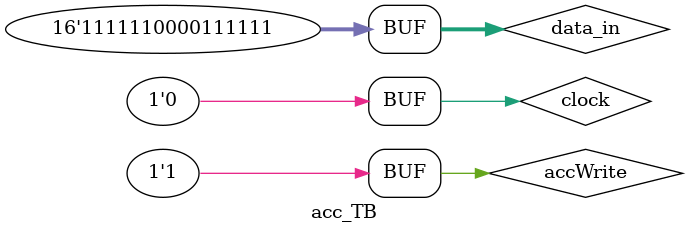
<source format=v>
`timescale 1ns/1ns

module ACC(clk, rst, ACCwrite, dataIn, dataOut);
  input clk, rst, ACCwrite;
  input[15:0] dataIn;
  output reg[15:0] dataOut;
  
  always@(posedge clk, posedge rst) begin
    if(rst)
      dataOut <= 16'b0000000000000000;
    else if(ACCwrite)
      dataOut <= dataIn;
  end
endmodule








module acc_TB();
  reg clock, accWrite;
  reg[15:0] data_in;
  wire[15:0] data_out;
  
  ACC acc(clock, accWrite, data_in, data_out);
  
  initial begin
    #10 clock = 0;
    #30 clock = ~clock;
    accWrite = 1;
    data_in = 16'b0000000000000000; //clk = posedge, write = 1
    #20 data_in = 16'b0001111100000000;
    
    #30 clock = ~clock;
    #30 clock = ~clock;
    data_in = 16'b0001111111111111; //clk = posedge, write = 1
    
    #30 clock = ~clock;
    #30 clock = ~clock;
    accWrite = 0;
    data_in = 16'b1111111111111111; //clk = posedge, write = 0
    
    #30 clock = ~clock;
    accWrite = 1;
    data_in = 16'b1111110000111111; //clk = negedge, write = 1
  end
    
endmodule

</source>
